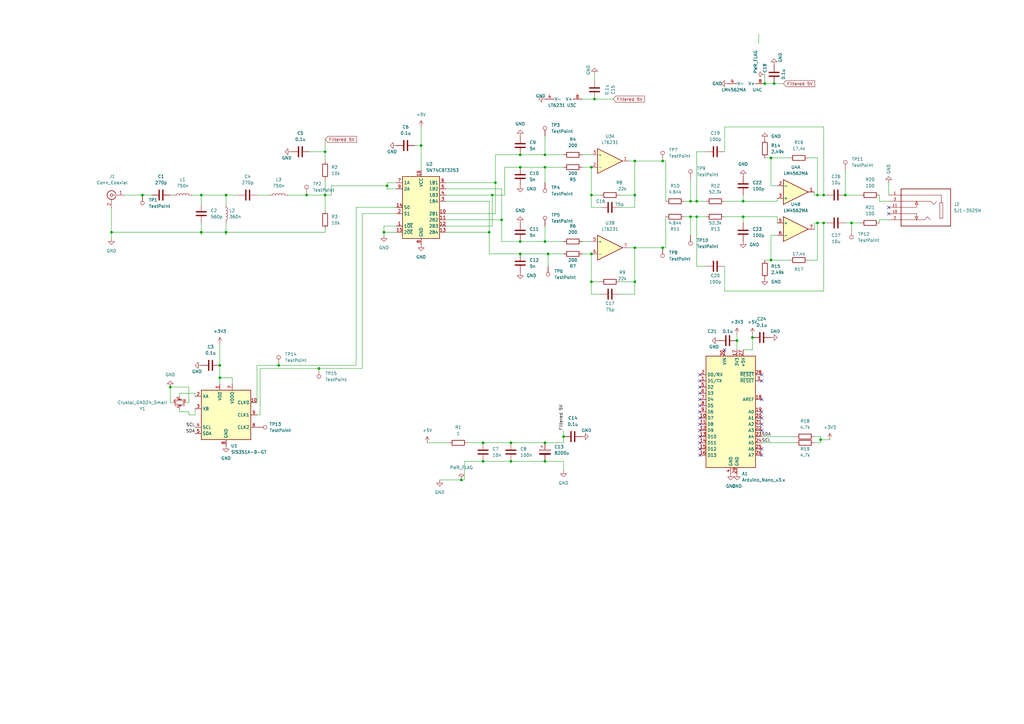
<source format=kicad_sch>
(kicad_sch (version 20211123) (generator eeschema)
  (paper "A3")
  (junction (at 189.23 196.85))
  (junction (at 223.52 189.23))
  (junction (at 133.35 62.23))
  (junction (at 283.21 88.9))
  (junction (at 213.36 99.06))
  (junction (at 283.21 82.55))
  (junction (at 336.55 180.34))
  (junction (at 317.5 34.29))
  (junction (at 243.84 40.64))
  (junction (at 346.71 80.01))
  (junction (at 271.78 66.04))
  (junction (at 133.35 80.01))
  (junction (at 260.35 101.6))
  (junction (at 224.79 104.14))
  (junction (at 205.74 90.17))
  (junction (at 271.78 101.6))
  (junction (at 223.52 99.06))
  (junction (at 209.55 189.23))
  (junction (at 242.57 68.58))
  (junction (at 172.72 59.69))
  (junction (at 242.57 104.14))
  (junction (at 285.75 88.9))
  (junction (at 231.14 179.07))
  (junction (at 213.36 68.58))
  (junction (at 335.28 80.01))
  (junction (at 260.35 115.57))
  (junction (at 316.23 106.68))
  (junction (at 157.48 95.25))
  (junction (at 198.12 189.23))
  (junction (at 337.82 80.01))
  (junction (at 337.82 91.44))
  (junction (at 242.57 115.57))
  (junction (at 198.12 181.61))
  (junction (at 82.55 95.25))
  (junction (at 45.72 95.25))
  (junction (at 92.71 80.01))
  (junction (at 209.55 181.61))
  (junction (at 213.36 104.14))
  (junction (at 304.8 82.55))
  (junction (at 223.52 63.5))
  (junction (at 58.42 80.01))
  (junction (at 158.75 76.2))
  (junction (at 349.25 91.44))
  (junction (at 285.75 82.55))
  (junction (at 90.17 149.86))
  (junction (at 316.23 64.77))
  (junction (at 200.66 95.25))
  (junction (at 203.2 74.93))
  (junction (at 213.36 63.5))
  (junction (at 201.93 80.01))
  (junction (at 69.85 158.75))
  (junction (at 90.17 154.94))
  (junction (at 125.73 80.01))
  (junction (at 304.8 88.9))
  (junction (at 82.55 80.01))
  (junction (at 223.52 181.61))
  (junction (at 130.81 151.13))
  (junction (at 223.52 68.58))
  (junction (at 242.57 80.01))
  (junction (at 302.26 139.7))
  (junction (at 114.3 149.86))
  (junction (at 92.71 95.25))
  (junction (at 308.61 138.43))
  (junction (at 313.69 34.29))
  (junction (at 260.35 80.01))
  (junction (at 260.35 66.04))
  (junction (at 335.28 91.44))
  (no_connect (at 287.02 153.67))
  (no_connect (at 297.18 143.51))
  (no_connect (at 287.02 168.91))
  (no_connect (at 287.02 179.07))
  (no_connect (at 312.42 184.15))
  (no_connect (at 287.02 186.69))
  (no_connect (at 312.42 153.67))
  (no_connect (at 287.02 171.45))
  (no_connect (at 312.42 186.69))
  (no_connect (at 364.49 87.63))
  (no_connect (at 364.49 85.09))
  (no_connect (at 312.42 173.99))
  (no_connect (at 312.42 156.21))
  (no_connect (at 312.42 168.91))
  (no_connect (at 287.02 163.83))
  (no_connect (at 287.02 158.75))
  (no_connect (at 312.42 176.53))
  (no_connect (at 287.02 166.37))
  (no_connect (at 287.02 161.29))
  (no_connect (at 287.02 184.15))
  (no_connect (at 312.42 163.83))
  (no_connect (at 312.42 171.45))
  (no_connect (at 287.02 176.53))
  (no_connect (at 287.02 181.61))
  (no_connect (at 287.02 156.21))
  (no_connect (at 287.02 173.99))
  (wire (pts (xy 308.61 138.43) (xy 308.61 137.16)))
  (wire (pts (xy 318.77 82.55) (xy 318.77 81.28)))
  (wire (pts (xy 182.88 87.63) (xy 203.2 87.63)))
  (wire (pts (xy 189.23 196.85) (xy 190.5 196.85)))
  (wire (pts (xy 316.23 64.77) (xy 323.85 64.77)))
  (wire (pts (xy 106.68 151.13) (xy 130.81 151.13)))
  (wire (pts (xy 337.82 91.44) (xy 339.09 91.44)))
  (wire (pts (xy 346.71 91.44) (xy 349.25 91.44)))
  (wire (pts (xy 180.34 196.85) (xy 189.23 196.85)))
  (wire (pts (xy 213.36 68.58) (xy 223.52 68.58)))
  (wire (pts (xy 82.55 95.25) (xy 82.55 96.52)))
  (wire (pts (xy 133.35 73.66) (xy 133.35 80.01)))
  (wire (pts (xy 58.42 80.01) (xy 62.23 80.01)))
  (wire (pts (xy 273.05 66.04) (xy 273.05 82.55)))
  (wire (pts (xy 238.76 99.06) (xy 242.57 99.06)))
  (wire (pts (xy 127 62.23) (xy 133.35 62.23)))
  (wire (pts (xy 182.88 92.71) (xy 201.93 92.71)))
  (wire (pts (xy 92.71 80.01) (xy 97.79 80.01)))
  (wire (pts (xy 313.69 30.48) (xy 313.69 34.29)))
  (wire (pts (xy 114.3 149.86) (xy 105.41 149.86)))
  (wire (pts (xy 336.55 179.07) (xy 336.55 180.34)))
  (wire (pts (xy 360.68 91.44) (xy 360.68 90.17)))
  (wire (pts (xy 71.12 80.01) (xy 69.85 80.01)))
  (wire (pts (xy 242.57 80.01) (xy 246.38 80.01)))
  (wire (pts (xy 95.25 154.94) (xy 95.25 157.48)))
  (wire (pts (xy 316.23 96.52) (xy 316.23 106.68)))
  (wire (pts (xy 45.72 97.79) (xy 45.72 95.25)))
  (wire (pts (xy 349.25 93.98) (xy 349.25 91.44)))
  (wire (pts (xy 157.48 92.71) (xy 157.48 95.25)))
  (wire (pts (xy 302.26 139.7) (xy 302.26 143.51)))
  (wire (pts (xy 92.71 80.01) (xy 92.71 83.82)))
  (wire (pts (xy 334.01 179.07) (xy 336.55 179.07)))
  (wire (pts (xy 73.66 167.64) (xy 73.66 168.91)))
  (wire (pts (xy 162.56 77.47) (xy 158.75 77.47)))
  (wire (pts (xy 243.84 33.02) (xy 243.84 30.48)))
  (wire (pts (xy 224.79 104.14) (xy 231.14 104.14)))
  (wire (pts (xy 203.2 87.63) (xy 203.2 74.93)))
  (wire (pts (xy 260.35 101.6) (xy 257.81 101.6)))
  (wire (pts (xy 77.47 170.18) (xy 77.47 168.91)))
  (wire (pts (xy 260.35 115.57) (xy 260.35 101.6)))
  (wire (pts (xy 242.57 80.01) (xy 242.57 85.09)))
  (wire (pts (xy 297.18 82.55) (xy 304.8 82.55)))
  (wire (pts (xy 172.72 52.07) (xy 172.72 59.69)))
  (wire (pts (xy 82.55 80.01) (xy 92.71 80.01)))
  (wire (pts (xy 209.55 181.61) (xy 223.52 181.61)))
  (wire (pts (xy 223.52 63.5) (xy 231.14 63.5)))
  (wire (pts (xy 146.05 85.09) (xy 146.05 149.86)))
  (wire (pts (xy 213.36 63.5) (xy 223.52 63.5)))
  (wire (pts (xy 231.14 179.07) (xy 231.14 181.61)))
  (wire (pts (xy 254 80.01) (xy 260.35 80.01)))
  (wire (pts (xy 346.71 80.01) (xy 353.06 80.01)))
  (wire (pts (xy 223.52 55.88) (xy 223.52 63.5)))
  (wire (pts (xy 190.5 196.85) (xy 190.5 189.23)))
  (wire (pts (xy 205.74 99.06) (xy 213.36 99.06)))
  (wire (pts (xy 133.35 62.23) (xy 133.35 66.04)))
  (wire (pts (xy 231.14 189.23) (xy 231.14 193.04)))
  (wire (pts (xy 207.01 80.01) (xy 207.01 68.58)))
  (wire (pts (xy 133.35 95.25) (xy 133.35 93.98)))
  (wire (pts (xy 242.57 115.57) (xy 242.57 104.14)))
  (wire (pts (xy 105.41 80.01) (xy 110.49 80.01)))
  (wire (pts (xy 90.17 140.97) (xy 90.17 149.86)))
  (wire (pts (xy 304.8 88.9) (xy 318.77 88.9)))
  (wire (pts (xy 223.52 181.61) (xy 231.14 181.61)))
  (wire (pts (xy 105.41 149.86) (xy 105.41 165.1)))
  (wire (pts (xy 182.88 74.93) (xy 203.2 74.93)))
  (wire (pts (xy 271.78 66.04) (xy 273.05 66.04)))
  (wire (pts (xy 364.49 74.93) (xy 364.49 80.01)))
  (wire (pts (xy 349.25 91.44) (xy 353.06 91.44)))
  (wire (pts (xy 223.52 92.71) (xy 223.52 99.06)))
  (wire (pts (xy 213.36 104.14) (xy 224.79 104.14)))
  (wire (pts (xy 313.69 64.77) (xy 316.23 64.77)))
  (wire (pts (xy 90.17 154.94) (xy 90.17 157.48)))
  (wire (pts (xy 254 120.65) (xy 260.35 120.65)))
  (wire (pts (xy 77.47 158.75) (xy 69.85 158.75)))
  (wire (pts (xy 335.28 64.77) (xy 335.28 80.01)))
  (wire (pts (xy 337.82 52.07) (xy 297.18 52.07)))
  (wire (pts (xy 118.11 80.01) (xy 125.73 80.01)))
  (wire (pts (xy 335.28 91.44) (xy 337.82 91.44)))
  (wire (pts (xy 205.74 90.17) (xy 205.74 99.06)))
  (wire (pts (xy 313.69 106.68) (xy 316.23 106.68)))
  (wire (pts (xy 337.82 52.07) (xy 337.82 80.01)))
  (wire (pts (xy 76.2 165.1) (xy 77.47 165.1)))
  (wire (pts (xy 285.75 62.23) (xy 289.56 62.23)))
  (wire (pts (xy 80.01 161.29) (xy 80.01 162.56)))
  (wire (pts (xy 224.79 109.22) (xy 224.79 104.14)))
  (wire (pts (xy 283.21 73.66) (xy 283.21 82.55)))
  (wire (pts (xy 92.71 95.25) (xy 133.35 95.25)))
  (wire (pts (xy 336.55 180.34) (xy 340.36 180.34)))
  (wire (pts (xy 125.73 80.01) (xy 133.35 80.01)))
  (wire (pts (xy 198.12 181.61) (xy 209.55 181.61)))
  (wire (pts (xy 346.71 69.85) (xy 346.71 80.01)))
  (wire (pts (xy 201.93 80.01) (xy 201.93 92.71)))
  (wire (pts (xy 223.52 189.23) (xy 231.14 189.23)))
  (wire (pts (xy 238.76 104.14) (xy 242.57 104.14)))
  (wire (pts (xy 285.75 82.55) (xy 285.75 62.23)))
  (wire (pts (xy 238.76 68.58) (xy 242.57 68.58)))
  (wire (pts (xy 78.74 80.01) (xy 82.55 80.01)))
  (wire (pts (xy 182.88 80.01) (xy 201.93 80.01)))
  (wire (pts (xy 238.76 63.5) (xy 242.57 63.5)))
  (wire (pts (xy 335.28 91.44) (xy 334.01 91.44)))
  (wire (pts (xy 304.8 82.55) (xy 318.77 82.55)))
  (wire (pts (xy 191.77 181.61) (xy 198.12 181.61)))
  (wire (pts (xy 205.74 77.47) (xy 205.74 90.17)))
  (wire (pts (xy 242.57 120.65) (xy 242.57 115.57)))
  (wire (pts (xy 182.88 90.17) (xy 205.74 90.17)))
  (wire (pts (xy 133.35 57.15) (xy 133.35 62.23)))
  (wire (pts (xy 69.85 158.75) (xy 69.85 165.1)))
  (wire (pts (xy 77.47 165.1) (xy 77.47 158.75)))
  (wire (pts (xy 172.72 59.69) (xy 172.72 69.85)))
  (wire (pts (xy 337.82 80.01) (xy 339.09 80.01)))
  (wire (pts (xy 334.01 80.01) (xy 335.28 80.01)))
  (wire (pts (xy 304.8 88.9) (xy 304.8 91.44)))
  (wire (pts (xy 334.01 181.61) (xy 336.55 181.61)))
  (wire (pts (xy 336.55 180.34) (xy 336.55 181.61)))
  (wire (pts (xy 273.05 88.9) (xy 273.05 101.6)))
  (wire (pts (xy 260.35 66.04) (xy 271.78 66.04)))
  (wire (pts (xy 260.35 66.04) (xy 257.81 66.04)))
  (wire (pts (xy 312.42 181.61) (xy 326.39 181.61)))
  (wire (pts (xy 285.75 88.9) (xy 289.56 88.9)))
  (wire (pts (xy 316.23 64.77) (xy 316.23 76.2)))
  (wire (pts (xy 170.18 59.69) (xy 172.72 59.69)))
  (wire (pts (xy 360.68 90.17) (xy 364.49 90.17)))
  (wire (pts (xy 283.21 88.9) (xy 285.75 88.9)))
  (wire (pts (xy 207.01 68.58) (xy 213.36 68.58)))
  (wire (pts (xy 231.14 176.53) (xy 231.14 179.07)))
  (wire (pts (xy 130.81 151.13) (xy 148.59 151.13)))
  (wire (pts (xy 285.75 88.9) (xy 285.75 109.22)))
  (wire (pts (xy 133.35 80.01) (xy 133.35 86.36)))
  (wire (pts (xy 158.75 74.93) (xy 162.56 74.93)))
  (wire (pts (xy 77.47 170.18) (xy 80.01 170.18)))
  (wire (pts (xy 313.69 34.29) (xy 317.5 34.29)))
  (wire (pts (xy 90.17 154.94) (xy 95.25 154.94)))
  (wire (pts (xy 246.38 120.65) (xy 242.57 120.65)))
  (wire (pts (xy 182.88 82.55) (xy 200.66 82.55)))
  (wire (pts (xy 157.48 95.25) (xy 157.48 96.52)))
  (wire (pts (xy 201.93 80.01) (xy 207.01 80.01)))
  (wire (pts (xy 82.55 80.01) (xy 82.55 83.82)))
  (wire (pts (xy 146.05 149.86) (xy 114.3 149.86)))
  (wire (pts (xy 105.41 170.18) (xy 106.68 170.18)))
  (wire (pts (xy 285.75 82.55) (xy 289.56 82.55)))
  (wire (pts (xy 148.59 151.13) (xy 148.59 87.63)))
  (wire (pts (xy 162.56 85.09) (xy 146.05 85.09)))
  (wire (pts (xy 271.78 101.6) (xy 273.05 101.6)))
  (wire (pts (xy 162.56 92.71) (xy 157.48 92.71)))
  (wire (pts (xy 335.28 91.44) (xy 335.28 106.68)))
  (wire (pts (xy 213.36 99.06) (xy 223.52 99.06)))
  (wire (pts (xy 317.5 34.29) (xy 321.31 34.29)))
  (wire (pts (xy 297.18 52.07) (xy 297.18 62.23)))
  (wire (pts (xy 223.52 74.93) (xy 223.52 68.58)))
  (wire (pts (xy 182.88 77.47) (xy 205.74 77.47)))
  (wire (pts (xy 223.52 99.06) (xy 231.14 99.06)))
  (wire (pts (xy 334.01 91.44) (xy 334.01 93.98)))
  (wire (pts (xy 302.26 137.16) (xy 302.26 139.7)))
  (wire (pts (xy 312.42 179.07) (xy 326.39 179.07)))
  (wire (pts (xy 337.82 119.38) (xy 297.18 119.38)))
  (wire (pts (xy 175.26 181.61) (xy 184.15 181.61)))
  (wire (pts (xy 190.5 189.23) (xy 198.12 189.23)))
  (wire (pts (xy 200.66 104.14) (xy 213.36 104.14)))
  (wire (pts (xy 285.75 109.22) (xy 289.56 109.22)))
  (wire (pts (xy 335.28 80.01) (xy 337.82 80.01)))
  (wire (pts (xy 80.01 170.18) (xy 80.01 167.64)))
  (wire (pts (xy 254 85.09) (xy 260.35 85.09)))
  (wire (pts (xy 283.21 96.52) (xy 283.21 88.9)))
  (wire (pts (xy 242.57 68.58) (xy 242.57 80.01)))
  (wire (pts (xy 73.66 161.29) (xy 73.66 162.56)))
  (wire (pts (xy 337.82 91.44) (xy 337.82 119.38)))
  (wire (pts (xy 50.8 80.01) (xy 58.42 80.01)))
  (wire (pts (xy 158.75 76.2) (xy 158.75 74.93)))
  (wire (pts (xy 73.66 161.29) (xy 80.01 161.29)))
  (wire (pts (xy 203.2 74.93) (xy 203.2 63.5)))
  (wire (pts (xy 209.55 189.23) (xy 223.52 189.23)))
  (wire (pts (xy 331.47 106.68) (xy 335.28 106.68)))
  (wire (pts (xy 297.18 88.9) (xy 304.8 88.9)))
  (wire (pts (xy 203.2 63.5) (xy 213.36 63.5)))
  (wire (pts (xy 335.28 64.77) (xy 331.47 64.77)))
  (wire (pts (xy 316.23 106.68) (xy 323.85 106.68)))
  (wire (pts (xy 304.8 80.01) (xy 304.8 82.55)))
  (wire (pts (xy 260.35 101.6) (xy 271.78 101.6)))
  (wire (pts (xy 200.66 82.55) (xy 200.66 95.25)))
  (wire (pts (xy 133.35 80.01) (xy 135.89 80.01)))
  (wire (pts (xy 280.67 88.9) (xy 283.21 88.9)))
  (wire (pts (xy 360.68 80.01) (xy 360.68 82.55)))
  (wire (pts (xy 360.68 82.55) (xy 364.49 82.55)))
  (wire (pts (xy 334.01 78.74) (xy 334.01 80.01)))
  (wire (pts (xy 148.59 87.63) (xy 162.56 87.63)))
  (wire (pts (xy 106.68 170.18) (xy 106.68 151.13)))
  (wire (pts (xy 242.57 85.09) (xy 246.38 85.09)))
  (wire (pts (xy 45.72 95.25) (xy 82.55 95.25)))
  (wire (pts (xy 82.55 95.25) (xy 92.71 95.25)))
  (wire (pts (xy 260.35 80.01) (xy 260.35 85.09)))
  (wire (pts (xy 311.15 17.78) (xy 311.15 13.97)))
  (wire (pts (xy 77.47 168.91) (xy 73.66 168.91)))
  (wire (pts (xy 297.18 119.38) (xy 297.18 109.22)))
  (wire (pts (xy 283.21 82.55) (xy 285.75 82.55)))
  (wire (pts (xy 135.89 76.2) (xy 158.75 76.2)))
  (wire (pts (xy 135.89 80.01) (xy 135.89 76.2)))
  (wire (pts (xy 318.77 88.9) (xy 318.77 91.44)))
  (wire (pts (xy 200.66 95.25) (xy 200.66 104.14)))
  (wire (pts (xy 246.38 115.57) (xy 242.57 115.57)))
  (wire (pts (xy 69.85 165.1) (xy 71.12 165.1)))
  (wire (pts (xy 316.23 76.2) (xy 318.77 76.2)))
  (wire (pts (xy 223.52 68.58) (xy 231.14 68.58)))
  (wire (pts (xy 198.12 189.23) (xy 209.55 189.23)))
  (wire (pts (xy 157.48 95.25) (xy 162.56 95.25)))
  (wire (pts (xy 260.35 66.04) (xy 260.35 80.01)))
  (wire (pts (xy 260.35 120.65) (xy 260.35 115.57)))
  (wire (pts (xy 304.8 143.51) (xy 308.61 143.51)))
  (wire (pts (xy 243.84 40.64) (xy 238.76 40.64)))
  (wire (pts (xy 254 115.57) (xy 260.35 115.57)))
  (wire (pts (xy 251.46 40.64) (xy 243.84 40.64)))
  (wire (pts (xy 280.67 82.55) (xy 283.21 82.55)))
  (wire (pts (xy 158.75 77.47) (xy 158.75 76.2)))
  (wire (pts (xy 92.71 95.25) (xy 92.71 96.52)))
  (wire (pts (xy 316.23 96.52) (xy 318.77 96.52)))
  (wire (pts (xy 45.72 95.25) (xy 45.72 85.09)))
  (wire (pts (xy 182.88 95.25) (xy 200.66 95.25)))
  (wire (pts (xy 82.55 91.44) (xy 82.55 95.25)))
  (wire (pts (xy 92.71 91.44) (xy 92.71 95.25)))
  (wire (pts (xy 308.61 143.51) (xy 308.61 138.43)))
  (wire (pts (xy 90.17 149.86) (xy 90.17 154.94)))
  (label "SDA" (at 80.01 177.8 180))
  (label "SDA" (at 312.42 179.07 0))
  (label "Filtered 5V" (at 231.14 176.53 90))
  (label "SCL" (at 312.42 181.61 0))
  (label "SCL" (at 80.01 175.26 180))
  (global_label "Filtered 5V" (shape input) (at 251.46 40.64 0) (property "Intersheet References" "${INTERSHEET_REFS}" (effects hide)))
  (global_label "Filtered 5V" (shape input) (at 321.31 34.29 0) (property "Intersheet References" "${INTERSHEET_REFS}" (effects hide)))
  (global_label "Filtered 5V" (shape input) (at 133.35 57.15 0) (property "Intersheet References" "${INTERSHEET_REFS}" (effects hide)))
  (symbol (lib_id "power:GND") (at 317.5 26.67 180) (unit 1)
    (property "Reference" "#PWR021" (effects hide))
    (property "Value" "GND" (at 320.04 21.59 90) (effects (justify left)))
  )
  (symbol (lib_id "power:PWR_FLAG") (at 313.69 30.48 90) (unit 1)
    (property "Reference" "#FLG0101" (effects hide))
    (property "Value" "PWR_FLAG" (at 309.88 25.4 0))
  )
  (symbol (lib_id "lt6231:LT6231") (at 306.07 36.83 270) (unit 3)
    (property "Reference" "U4" (at 308.61 36.83 90) (effects (justify left)))
    (property "Value" "LM4562MA" (at 295.91 36.83 90) (effects (justify left)))
    (property "Footprint" "Package_SO:SOIC-8_3.9x4.9mm_P1.27mm" (effects hide))
    (property "Datasheet" "https://www.analog.com/media/en/technical-documentation/data-sheets/623012fc.pdf" (effects hide))
  )
  (symbol (lib_id "power:GND") (at 316.23 138.43 90) (unit 1)
    (property "Reference" "#PWR033" (effects hide))
    (property "Value" "GND" (at 320.04 135.89 90) (effects (justify left)))
  )
  (symbol (lib_id "Connector:TestPoint") (at 349.25 93.98 180) (unit 1)
    (property "Reference" "TP12" (at 351.79 96.0119 0) (effects (justify right)))
    (property "Value" "TestPoint" (at 351.79 98.5519 0) (effects (justify right)))
    (property "Footprint" "TestPoint:TestPoint_THTPad_2.0x2.0mm_Drill1.0mm" (effects hide))
  )
  (symbol (lib_id "Device:R") (at 330.2 181.61 270) (unit 1)
    (property "Reference" "R19" (at 330.2 184.15 90))
    (property "Value" "4.7k" (at 330.2 186.69 90))
    (property "Footprint" "Resistor_SMD:R_0805_2012Metric" (effects hide))
    (property "Datasheet" "https://www.te.com/commerce/DocumentDelivery/DDEController?Action=srchrtrv&DocNm=1773204-3&DocType=DS&DocLang=English" (effects hide))
  )
  (symbol (lib_id "power:GND") (at 213.36 55.88 180) (unit 1)
    (property "Reference" "#PWR014" (effects hide))
    (property "Value" "GND" (at 213.36 50.8 0))
  )
  (symbol (lib_id "Device:C") (at 66.04 80.01 270) (unit 1)
    (property "Reference" "C1" (at 66.04 72.39 90))
    (property "Value" "270p" (at 66.04 74.93 90))
    (property "Footprint" "Capacitor_SMD:C_0805_2012Metric" (effects hide))
    (property "Datasheet" "https://industrial.panasonic.com/ww/products/pt/film-cap-electroequip/models/ECHU1H271GX5" (effects hide))
  )
  (symbol (lib_id "Device:R") (at 356.87 80.01 270) (unit 1)
    (property "Reference" "R20" (at 356.87 73.66 90))
    (property "Value" "100" (at 356.87 76.2 90))
    (property "Footprint" "Resistor_SMD:R_0805_2012Metric" (effects hide))
    (property "Datasheet" "https://www.koaspeer.com/pdfs/RK73G.pdf" (effects hide))
  )
  (symbol (lib_id "Device:C_Polarized") (at 223.52 185.42 0) (unit 1)
    (property "Reference" "C13" (at 227.33 183.2609 0) (effects (justify left)))
    (property "Value" "8200u" (at 227.33 185.8009 0) (effects (justify left)))
    (property "Footprint" "Capacitor_THT:CP_Radial_D16.0mm_P7.50mm" (effects hide))
    (property "Datasheet" "https://www.nteinc.com/capacitor_web/pdf/vht.pdf" (effects hide))
  )
  (symbol (lib_id "Device:R") (at 250.19 115.57 90) (unit 1)
    (property "Reference" "R9" (at 255.27 111.76 90))
    (property "Value" "22k" (at 255.27 114.3 90))
    (property "Footprint" "Resistor_SMD:R_0805_2012Metric" (effects hide))
    (property "Datasheet" "https://www.te.com/commerce/DocumentDelivery/DDEController?Action=srchrtrv&DocNm=1773204&DocType=DS&DocLang=English" (effects hide))
  )
  (symbol (lib_id "power:+3.3V") (at 90.17 140.97 0) (unit 1)
    (property "Reference" "#PWR04" (effects hide))
    (property "Value" "+3.3V" (at 90.17 135.89 0))
  )
  (symbol (lib_id "Device:Crystal_GND24_Small") (at 73.66 165.1 90) (unit 1)
    (property "Reference" "Y1" (at 58.42 167.64 90))
    (property "Value" "Crystal_GND24_Small" (at 58.42 165.1 90))
    (property "Footprint" "Crystal:Crystal_SMD_3225-4Pin_3.2x2.5mm" (effects hide))
    (property "Datasheet" "https://media.digikey.com/pdf/Data%20Sheets/AVX%20PDFs/CX3225SB_UKY1C-H1-16355-00_Spec.pdf" (effects hide))
  )
  (symbol (lib_id "power:GND") (at 92.71 182.88 0) (unit 1)
    (property "Reference" "#PWR06" (effects hide))
    (property "Value" "GND" (at 92.71 187.96 0))
  )
  (symbol (lib_id "power:GND") (at 180.34 196.85 0) (unit 1)
    (property "Reference" "#PWR013" (effects hide))
    (property "Value" "GND" (at 180.34 201.93 0))
  )
  (symbol (lib_id "Connector:TestPoint") (at 271.78 66.04 0) (unit 1)
    (property "Reference" "TP7" (at 274.32 61.4679 0) (effects (justify left)))
    (property "Value" "TestPoint" (at 274.32 64.0079 0) (effects (justify left)))
    (property "Footprint" "TestPoint:TestPoint_THTPad_2.0x2.0mm_Drill1.0mm" (effects hide))
  )
  (symbol (lib_id "Device:C") (at 213.36 72.39 180) (unit 1)
    (property "Reference" "C10" (at 217.17 71.1199 0) (effects (justify right)))
    (property "Value" "5n" (at 217.17 73.6599 0) (effects (justify right)))
    (property "Footprint" "Capacitor_SMD:C_0805_2012Metric" (effects hide))
    (property "Datasheet" "https://search.murata.co.jp/Ceramy/image/img/A01X/G101/ENG/GRM2195C1H512JA01-01.pdf" (effects hide))
  )
  (symbol (lib_id "Connector:TestPoint") (at 223.52 74.93 180) (unit 1)
    (property "Reference" "TP4" (at 226.06 76.9619 0) (effects (justify right)))
    (property "Value" "TestPoint" (at 226.06 79.5019 0) (effects (justify right)))
    (property "Footprint" "TestPoint:TestPoint_THTPad_2.0x2.0mm_Drill1.0mm" (effects hide))
  )
  (symbol (lib_id "Device:R") (at 327.66 64.77 90) (unit 1)
    (property "Reference" "R16" (at 327.66 58.42 90))
    (property "Value" "17.4k" (at 327.66 60.96 90))
    (property "Footprint" "Resistor_SMD:R_0805_2012Metric" (effects hide))
    (property "Datasheet" "https://industrial.panasonic.com/cdbs/www-data/pdf/RDM0000/AOA0000C307.pdf" (effects hide))
  )
  (symbol (lib_id "Device:R") (at 234.95 104.14 90) (unit 1)
    (property "Reference" "R7" (at 234.95 109.22 90))
    (property "Value" "200" (at 234.95 106.68 90))
    (property "Footprint" "Resistor_SMD:R_1206_3216Metric" (effects hide))
    (property "Datasheet" "https://www.koaspeer.com/pdfs/RK73G.pdf" (effects hide))
  )
  (symbol (lib_id "Device:C") (at 213.36 95.25 180) (unit 1)
    (property "Reference" "C11" (at 217.17 93.9799 0) (effects (justify right)))
    (property "Value" "5n" (at 217.17 96.5199 0) (effects (justify right)))
    (property "Footprint" "Capacitor_SMD:C_0805_2012Metric" (effects hide))
    (property "Datasheet" "https://search.murata.co.jp/Ceramy/image/img/A01X/G101/ENG/GRM2195C1H512JA01-01.pdf" (effects hide))
  )
  (symbol (lib_id "power:PWR_FLAG") (at 189.23 196.85 0) (unit 1)
    (property "Reference" "#FLG0102" (effects hide))
    (property "Value" "PWR_FLAG" (at 189.23 191.77 0))
  )
  (symbol (lib_id "lt6231:LT6231") (at 231.14 43.18 270) (unit 3)
    (property "Reference" "U3" (at 232.41 43.18 90) (effects (justify left)))
    (property "Value" "LT6231" (at 224.79 43.18 90) (effects (justify left)))
    (property "Footprint" "Package_SO:SOIC-8_3.9x4.9mm_P1.27mm" (effects hide))
    (property "Datasheet" "https://www.analog.com/media/en/technical-documentation/data-sheets/623012fc.pdf" (effects hide))
  )
  (symbol (lib_id "power:GND") (at 213.36 111.76 0) (unit 1)
    (property "Reference" "#PWR017" (effects hide))
    (property "Value" "GND" (at 215.9 113.0299 0) (effects (justify left)))
  )
  (symbol (lib_id "Device:C") (at 101.6 80.01 90) (unit 1)
    (property "Reference" "C4" (at 101.6 72.39 90))
    (property "Value" "270p" (at 101.6 74.93 90))
    (property "Footprint" "Capacitor_SMD:C_0805_2012Metric" (effects hide))
    (property "Datasheet" "https://industrial.panasonic.com/ww/products/pt/film-cap-electroequip/models/ECHU1H271GX5" (effects hide))
  )
  (symbol (lib_id "power:+3.3V") (at 302.26 137.16 0) (unit 1)
    (property "Reference" "#PWR026" (effects hide))
    (property "Value" "+3.3V" (at 302.26 132.08 0))
  )
  (symbol (lib_id "power:GND") (at 119.38 62.23 270) (unit 1)
    (property "Reference" "#PWR07" (effects hide))
    (property "Value" "GND" (at 115.57 64.77 90) (effects (justify left)))
  )
  (symbol (lib_id "power:GND") (at 313.69 57.15 180) (unit 1)
    (property "Reference" "#PWR031" (effects hide))
    (property "Value" "GND" (at 316.23 55.8799 0) (effects (justify right)))
  )
  (symbol (lib_id "Device:R") (at 330.2 179.07 90) (unit 1)
    (property "Reference" "R18" (at 330.2 172.72 90))
    (property "Value" "4.7k" (at 330.2 175.26 90))
    (property "Footprint" "Resistor_SMD:R_0805_2012Metric" (effects hide))
    (property "Datasheet" "https://www.te.com/commerce/DocumentDelivery/DDEController?Action=srchrtrv&DocNm=1773204-3&DocType=DS&DocLang=English" (effects hide))
  )
  (symbol (lib_id "Device:L") (at 114.3 80.01 90) (unit 1)
    (property "Reference" "L3" (at 114.3 73.66 90))
    (property "Value" "750n" (at 114.3 76.2 90))
    (property "Footprint" "Inductor_THT:L_Toroid_Vertical_L10.0mm_W5.0mm_P5.08mm" (effects hide))
    (property "Datasheet" "https://www.66pacific.com/calculators/toroid-coil-winding-calculator.aspx" (effects hide))
  )
  (symbol (lib_id "power:GND") (at 304.8 72.39 180) (unit 1)
    (property "Reference" "#PWR028" (effects hide))
    (property "Value" "GND" (at 304.8 67.31 0))
  )
  (symbol (lib_id "lt6231:LT6231") (at 326.39 78.74 0) (mirror x) (unit 1)
    (property "Reference" "U4" (at 326.39 68.58 0))
    (property "Value" "LM4562MA" (at 326.39 71.12 0))
    (property "Footprint" "Package_SO:SOIC-8_3.9x4.9mm_P1.27mm" (effects hide))
    (property "Datasheet" "https://www.analog.com/media/en/technical-documentation/data-sheets/623012fc.pdf" (effects hide))
  )
  (symbol (lib_id "power:GND") (at 69.85 158.75 180) (unit 1)
    (property "Reference" "#PWR02" (effects hide))
    (property "Value" "GND" (at 69.85 153.67 0))
  )
  (symbol (lib_id "Connector:TestPoint") (at 283.21 73.66 0) (unit 1)
    (property "Reference" "TP9" (at 285.75 69.0879 0) (effects (justify left)))
    (property "Value" "TestPoint" (at 285.75 71.6279 0) (effects (justify left)))
    (property "Footprint" "TestPoint:TestPoint_THTPad_2.0x2.0mm_Drill1.0mm" (effects hide))
  )
  (symbol (lib_id "power:GND") (at 304.8 99.06 0) (unit 1)
    (property "Reference" "#PWR029" (effects hide))
    (property "Value" "GND" (at 307.34 100.3299 0) (effects (justify left)))
  )
  (symbol (lib_id "power:GND") (at 223.52 40.64 270) (unit 1)
    (property "Reference" "#PWR08" (effects hide))
    (property "Value" "GND" (at 219.71 39.37 90) (effects (justify left)))
  )
  (symbol (lib_id "Device:C") (at 213.36 59.69 180) (unit 1)
    (property "Reference" "C9" (at 217.17 58.4199 0) (effects (justify right)))
    (property "Value" "5n" (at 217.17 60.9599 0) (effects (justify right)))
    (property "Footprint" "Capacitor_SMD:C_0805_2012Metric" (effects hide))
    (property "Datasheet" "https://search.murata.co.jp/Ceramy/image/img/A01X/G101/ENG/GRM2195C1H512JA01-01.pdf" (effects hide))
  )
  (symbol (lib_id "Connector:TestPoint") (at 114.3 149.86 0) (unit 1)
    (property "Reference" "TP14" (at 116.84 145.2879 0) (effects (justify left)))
    (property "Value" "TestPoint" (at 116.84 147.8279 0) (effects (justify left)))
    (property "Footprint" "TestPoint:TestPoint_THTPad_2.0x2.0mm_Drill1.0mm" (effects hide))
  )
  (symbol (lib_id "Device:C") (at 198.12 185.42 0) (unit 1)
    (property "Reference" "C7" (at 201.93 184.1499 0) (effects (justify left)))
    (property "Value" "10n" (at 201.93 186.6899 0) (effects (justify left)))
    (property "Footprint" "Capacitor_SMD:C_0805_2012Metric" (effects hide))
    (property "Datasheet" "https://www.cde.com/resources/catalogs/FCP.pdf" (effects hide))
  )
  (symbol (lib_id "Connector:TestPoint") (at 271.78 101.6 180) (unit 1)
    (property "Reference" "TP8" (at 274.32 103.6319 0) (effects (justify right)))
    (property "Value" "TestPoint" (at 274.32 106.1719 0) (effects (justify right)))
    (property "Footprint" "TestPoint:TestPoint_THTPad_2.0x2.0mm_Drill1.0mm" (effects hide))
  )
  (symbol (lib_id "power:GND") (at 364.49 74.93 180) (unit 1)
    (property "Reference" "#PWR023" (effects hide))
    (property "Value" "GND" (at 364.49 67.31 90) (effects (justify left)))
  )
  (symbol (lib_id "Analog_Switch:SN74CBT3253") (at 172.72 85.09 0) (unit 1)
    (property "Reference" "U2" (at 174.7394 67.31 0) (effects (justify left)))
    (property "Value" "SN74CBT3253" (at 174.7394 69.85 0) (effects (justify left)))
    (property "Footprint" "Package_SO:SOIC-16_3.9x9.9mm_P1.27mm" (effects hide))
    (property "Datasheet" "http://www.ti.com/lit/gpn/sn74cbt3253" (effects hide))
  )
  (symbol (lib_id "power:GND") (at 45.72 97.79 0) (unit 1)
    (property "Reference" "#PWR01" (effects hide))
    (property "Value" "GND" (at 45.72 102.87 0))
  )
  (symbol (lib_id "Device:L") (at 74.93 80.01 90) (unit 1)
    (property "Reference" "L1" (at 74.93 73.66 90))
    (property "Value" "750n" (at 74.93 76.2 90))
    (property "Footprint" "Inductor_THT:L_Toroid_Vertical_L10.0mm_W5.0mm_P5.08mm" (effects hide))
    (property "Datasheet" "https://www.66pacific.com/calculators/toroid-coil-winding-calculator.aspx" (effects hide))
  )
  (symbol (lib_id "Connector:Conn_Coaxial") (at 45.72 80.01 0) (mirror y) (unit 1)
    (property "Reference" "J1" (at 46.0374 72.39 0))
    (property "Value" "Conn_Coaxial" (at 46.0374 74.93 0))
    (property "Footprint" "Connector_Coaxial:BNC_Amphenol_B6252HB-NPP3G-50_Horizontal" (effects hide))
    (property "Datasheet" " ~" (effects hide))
  )
  (symbol (lib_id "Device:C") (at 304.8 76.2 180) (unit 1)
    (property "Reference" "C22" (at 308.61 74.9299 0) (effects (justify right)))
    (property "Value" "100p" (at 308.61 77.4699 0) (effects (justify right)))
    (property "Footprint" "Capacitor_SMD:C_0805_2012Metric" (effects hide))
    (property "Datasheet" "https://industrial.panasonic.com/ww/products/pt/film-cap-electroequip/models/ECHU1H101GX5" (effects hide))
  )
  (symbol (lib_id "Device:C") (at 209.55 185.42 0) (unit 1)
    (property "Reference" "C8" (at 213.36 184.1499 0) (effects (justify left)))
    (property "Value" "100n" (at 213.36 186.6899 0) (effects (justify left)))
    (property "Footprint" "Capacitor_SMD:C_0805_2012Metric" (effects hide))
    (property "Datasheet" "https://www.cde.com/resources/catalogs/FCA.pdf" (effects hide))
  )
  (symbol (lib_id "Connector:TestPoint") (at 130.81 151.13 180) (unit 1)
    (property "Reference" "TP15" (at 133.35 153.1619 0) (effects (justify right)))
    (property "Value" "TestPoint" (at 133.35 155.7019 0) (effects (justify right)))
    (property "Footprint" "TestPoint:TestPoint_THTPad_2.0x2.0mm_Drill1.0mm" (effects hide))
  )
  (symbol (lib_id "Connector:TestPoint") (at 105.41 175.26 270) (unit 1)
    (property "Reference" "TP13" (at 110.49 173.9899 90) (effects (justify left)))
    (property "Value" "TestPoint" (at 110.49 176.5299 90) (effects (justify left)))
    (property "Footprint" "TestPoint:TestPoint_THTPad_2.0x2.0mm_Drill1.0mm" (effects hide))
  )
  (symbol (lib_id "power:GND") (at 213.36 91.44 180) (unit 1)
    (property "Reference" "#PWR016" (effects hide))
    (property "Value" "GND" (at 213.36 86.36 0))
  )
  (symbol (lib_id "Device:C") (at 250.19 85.09 270) (unit 1)
    (property "Reference" "C16" (at 246.38 82.55 90))
    (property "Value" "75p" (at 254 83.82 90))
    (property "Footprint" "Capacitor_SMD:C_0805_2012Metric" (effects hide))
    (property "Datasheet" "https://www.mouser.com/c/passive-components/capacitors/ceramic-capacitors/mlccs-multilayer-ceramic-capacitors/multilayer-ceramic-capacitors-mlcc-smd-smt/?capacitance=75%20pF&case%20code%20-%20in=0805&voltage%20rating%20dc=50%20VDC&instock=y" (effects hide))
  )
  (symbol (lib_id "Device:C") (at 293.37 62.23 90) (unit 1)
    (property "Reference" "C19" (at 293.37 54.61 90))
    (property "Value" "100p" (at 293.37 57.15 90))
    (property "Footprint" "Capacitor_SMD:C_0805_2012Metric" (effects hide))
    (property "Datasheet" "https://industrial.panasonic.com/ww/products/pt/film-cap-electroequip/models/ECHU1H101GX5" (effects hide))
  )
  (symbol (lib_id "Device:C") (at 317.5 30.48 0) (unit 1)
    (property "Reference" "C18" (at 313.69 27.94 90))
    (property "Value" "0.1u" (at 321.31 30.48 90))
    (property "Footprint" "Capacitor_SMD:C_0805_2012Metric" (effects hide))
    (property "Datasheet" "https://www.cde.com/resources/catalogs/FCA.pdf" (effects hide))
  )
  (symbol (lib_id "Device:C") (at 123.19 62.23 90) (unit 1)
    (property "Reference" "C5" (at 123.19 54.61 90))
    (property "Value" "0.1u" (at 123.19 57.15 90))
    (property "Footprint" "Capacitor_SMD:C_0805_2012Metric" (effects hide))
    (property "Datasheet" "https://www.cde.com/resources/catalogs/FCA.pdf" (effects hide))
  )
  (symbol (lib_id "Device:C") (at 166.37 59.69 90) (unit 1)
    (property "Reference" "C6" (at 166.37 52.07 90))
    (property "Value" "0.1u" (at 166.37 54.61 90))
    (property "Footprint" "Capacitor_SMD:C_0805_2012Metric" (effects hide))
    (property "Datasheet" "https://www.cde.com/resources/catalogs/FCA.pdf" (effects hide))
  )
  (symbol (lib_id "power:GND") (at 302.26 194.31 0) (unit 1)
    (property "Reference" "#PWR027" (effects hide))
    (property "Value" "GND" (at 302.26 199.39 0))
  )
  (symbol (lib_id "Device:C") (at 213.36 107.95 180) (unit 1)
    (property "Reference" "C12" (at 217.17 106.6799 0) (effects (justify right)))
    (property "Value" "5n" (at 217.17 109.2199 0) (effects (justify right)))
    (property "Footprint" "Capacitor_SMD:C_0805_2012Metric" (effects hide))
    (property "Datasheet" "https://search.murata.co.jp/Ceramy/image/img/A01X/G101/ENG/GRM2195C1H512JA01-01.pdf" (effects hide))
  )
  (symbol (lib_id "Device:R") (at 234.95 68.58 90) (unit 1)
    (property "Reference" "R5" (at 234.95 73.66 90))
    (property "Value" "200" (at 234.95 71.12 90))
    (property "Footprint" "Resistor_SMD:R_1206_3216Metric" (effects hide))
    (property "Datasheet" "https://www.koaspeer.com/pdfs/RK73G.pdf" (effects hide))
  )
  (symbol (lib_id "lt6231:LT6231") (at 326.39 93.98 0) (unit 2)
    (property "Reference" "U4" (at 326.39 83.82 0))
    (property "Value" "LM4562MA" (at 326.39 86.36 0))
    (property "Footprint" "Package_SO:SOIC-8_3.9x4.9mm_P1.27mm" (effects hide))
    (property "Datasheet" "https://www.analog.com/media/en/technical-documentation/data-sheets/623012fc.pdf" (effects hide))
  )
  (symbol (lib_id "Device:R") (at 234.95 63.5 90) (unit 1)
    (property "Reference" "R4" (at 234.95 57.15 90))
    (property "Value" "200" (at 234.95 59.69 90))
    (property "Footprint" "Resistor_SMD:R_1206_3216Metric" (effects hide))
    (property "Datasheet" "https://www.koaspeer.com/pdfs/RK73G.pdf" (effects hide))
  )
  (symbol (lib_id "Device:R") (at 250.19 80.01 90) (unit 1)
    (property "Reference" "R8" (at 254 74.93 90))
    (property "Value" "22k" (at 255.27 77.47 90))
    (property "Footprint" "Resistor_SMD:R_0805_2012Metric" (effects hide))
    (property "Datasheet" "https://www.te.com/commerce/DocumentDelivery/DDEController?Action=srchrtrv&DocNm=1773204&DocType=DS&DocLang=English" (effects hide))
  )
  (symbol (lib_id "Connector:TestPoint") (at 125.73 80.01 0) (unit 1)
    (property "Reference" "TP2" (at 128.27 75.4379 0) (effects (justify left)))
    (property "Value" "TestPoint" (at 128.27 77.9779 0) (effects (justify left)))
    (property "Footprint" "TestPoint:TestPoint_THTPad_2.0x2.0mm_Drill1.0mm" (effects hide))
  )
  (symbol (lib_id "Device:R") (at 133.35 90.17 0) (unit 1)
    (property "Reference" "R3" (at 135.89 88.8999 0) (effects (justify left)))
    (property "Value" "10k" (at 135.89 91.4399 0) (effects (justify left)))
    (property "Footprint" "Resistor_SMD:R_2512_6332Metric" (effects hide))
    (property "Datasheet" "http://www.calchipelectronics.com/pdf/rm_series.pdf" (effects hide))
  )
  (symbol (lib_id "power:GND") (at 238.76 179.07 90) (unit 1)
    (property "Reference" "#PWR019" (effects hide))
    (property "Value" "GND" (at 242.57 176.53 90) (effects (justify left)))
  )
  (symbol (lib_id "Device:L") (at 92.71 87.63 0) (unit 1)
    (property "Reference" "L2" (at 93.98 86.3599 0) (effects (justify left)))
    (property "Value" "360n" (at 93.98 88.8999 0) (effects (justify left)))
    (property "Footprint" "Inductor_THT:L_Toroid_Vertical_L10.0mm_W5.0mm_P5.08mm" (effects hide))
    (property "Datasheet" "https://www.66pacific.com/calculators/toroid-coil-winding-calculator.aspx" (effects hide))
  )
  (symbol (lib_id "lt6231:LT6231") (at 250.19 66.04 0) (unit 1)
    (property "Reference" "U3" (at 250.19 55.88 0))
    (property "Value" "LT6231" (at 250.19 58.42 0))
    (property "Footprint" "Package_SO:SOIC-8_3.9x4.9mm_P1.27mm" (effects hide))
    (property "Datasheet" "https://www.analog.com/media/en/technical-documentation/data-sheets/623012fc.pdf" (effects hide))
  )
  (symbol (lib_id "Device:R") (at 234.95 99.06 90) (unit 1)
    (property "Reference" "R6" (at 234.95 92.71 90))
    (property "Value" "200" (at 234.95 95.25 90))
    (property "Footprint" "Resistor_SMD:R_1206_3216Metric" (effects hide))
    (property "Datasheet" "https://www.koaspeer.com/pdfs/RK73G.pdf" (effects hide))
  )
  (symbol (lib_id "Device:C") (at 234.95 179.07 270) (unit 1)
    (property "Reference" "C14" (at 234.95 171.45 90))
    (property "Value" "0.1u" (at 234.95 173.99 90))
    (property "Footprint" "Capacitor_SMD:C_0805_2012Metric" (effects hide))
    (property "Datasheet" "https://www.cde.com/resources/catalogs/FCA.pdf" (effects hide))
  )
  (symbol (lib_id "Connector:TestPoint") (at 346.71 69.85 0) (unit 1)
    (property "Reference" "TP11" (at 349.25 65.2779 0) (effects (justify left)))
    (property "Value" "TestPoint" (at 349.25 67.8179 0) (effects (justify left)))
    (property "Footprint" "TestPoint:TestPoint_THTPad_2.0x2.0mm_Drill1.0mm" (effects hide))
  )
  (symbol (lib_id "power:GND") (at 294.64 139.7 270) (unit 1)
    (property "Reference" "#PWR024" (effects hide))
    (property "Value" "GND" (at 290.83 142.24 90) (effects (justify left)))
  )
  (symbol (lib_id "power:GND") (at 162.56 59.69 270) (unit 1)
    (property "Reference" "#PWR010" (effects hide))
    (property "Value" "GND" (at 158.75 62.23 90) (effects (justify left)))
  )
  (symbol (lib_id "Device:R") (at 276.86 88.9 270) (unit 1)
    (property "Reference" "R11" (at 276.86 93.98 90))
    (property "Value" "4.64k" (at 276.86 91.44 90))
    (property "Footprint" "Resistor_SMD:R_0805_2012Metric" (effects hide))
    (property "Datasheet" "https://industrial.panasonic.com/cdbs/www-data/pdf/RDA0000/AOA0000C304.pdf" (effects hide))
  )
  (symbol (lib_id "Connector:TestPoint") (at 283.21 96.52 180) (unit 1)
    (property "Reference" "TP10" (at 285.75 98.5519 0) (effects (justify right)))
    (property "Value" "TestPoint" (at 285.75 101.0919 0) (effects (justify right)))
    (property "Footprint" "TestPoint:TestPoint_THTPad_2.0x2.0mm_Drill1.0mm" (effects hide))
  )
  (symbol (lib_id "Device:C") (at 86.36 149.86 90) (unit 1)
    (property "Reference" "C3" (at 86.36 142.24 90))
    (property "Value" "0.1u" (at 86.36 144.78 90))
    (property "Footprint" "Capacitor_SMD:C_0805_2012Metric" (effects hide))
    (property "Datasheet" "https://www.cde.com/resources/catalogs/FCA.pdf" (effects hide))
  )
  (symbol (lib_id "Connector:TestPoint") (at 224.79 109.22 180) (unit 1)
    (property "Reference" "TP6" (at 227.33 111.2519 0) (effects (justify right)))
    (property "Value" "TestPoint" (at 227.33 113.7919 0) (effects (justify right)))
    (property "Footprint" "TestPoint:TestPoint_THTPad_2.0x2.0mm_Drill1.0mm" (effects hide))
  )
  (symbol (lib_id "Device:R") (at 293.37 82.55 270) (unit 1)
    (property "Reference" "R12" (at 293.37 76.2 90))
    (property "Value" "52.3k" (at 293.37 78.74 90))
    (property "Footprint" "Resistor_SMD:R_0805_2012Metric" (effects hide))
    (property "Datasheet" "https://www.seielect.com/catalog/sei-rncp.pdf" (effects hide))
  )
  (symbol (lib_id "Connector:TestPoint") (at 223.52 55.88 0) (unit 1)
    (property "Reference" "TP3" (at 226.06 51.3079 0) (effects (justify left)))
    (property "Value" "TestPoint" (at 226.06 53.8479 0) (effects (justify left)))
    (property "Footprint" "TestPoint:TestPoint_THTPad_2.0x2.0mm_Drill1.0mm" (effects hide))
  )
  (symbol (lib_id "power:GND") (at 213.36 76.2 0) (unit 1)
    (property "Reference" "#PWR015" (effects hide))
    (property "Value" "GND" (at 215.9 77.4699 0) (effects (justify left)))
  )
  (symbol (lib_id "power:+5V") (at 172.72 52.07 0) (unit 1)
    (property "Reference" "#PWR011" (effects hide))
    (property "Value" "+5V" (at 172.72 46.99 0))
  )
  (symbol (lib_id "Connector:TestPoint") (at 58.42 80.01 180) (unit 1)
    (property "Reference" "TP1" (at 60.96 82.0419 0) (effects (justify right)))
    (property "Value" "TestPoint" (at 60.96 84.5819 0) (effects (justify right)))
    (property "Footprint" "TestPoint:TestPoint_THTPad_2.0x2.0mm_Drill1.0mm" (effects hide))
  )
  (symbol (lib_id "Device:R") (at 356.87 91.44 270) (unit 1)
    (property "Reference" "R21" (at 356.87 85.09 90))
    (property "Value" "100" (at 356.87 87.63 90))
    (property "Footprint" "Resistor_SMD:R_0805_2012Metric" (effects hide))
    (property "Datasheet" "https://www.koaspeer.com/pdfs/RK73G.pdf" (effects hide))
  )
  (symbol (lib_id "power:GND") (at 82.55 149.86 270) (unit 1)
    (property "Reference" "#PWR03" (effects hide))
    (property "Value" "GND" (at 78.74 152.4 90) (effects (justify left)))
  )
  (symbol (lib_id "power:+5V") (at 175.26 181.61 0) (unit 1)
    (property "Reference" "#PWR05" (effects hide))
    (property "Value" "+5V" (at 175.26 176.53 0))
  )
  (symbol (lib_id "Device:R") (at 313.69 60.96 180) (unit 1)
    (property "Reference" "R14" (at 316.23 59.6899 0) (effects (justify right)))
    (property "Value" "2.49k" (at 316.23 62.2299 0) (effects (justify right)))
    (property "Footprint" "Resistor_SMD:R_0805_2012Metric" (effects hide))
    (property "Datasheet" "https://www.koaspeer.com/pdfs/RK73G.pdf" (effects hide))
  )
  (symbol (lib_id "power:GND") (at 299.72 194.31 0) (unit 1)
    (property "Reference" "#PWR025" (effects hide))
    (property "Value" "GND" (at 299.72 199.39 0))
  )
  (symbol (lib_id "Device:C") (at 342.9 91.44 270) (unit 1)
    (property "Reference" "C27" (at 342.9 96.52 90))
    (property "Value" "10u" (at 342.9 99.06 90))
    (property "Footprint" "Capacitor_SMD:C_0805_2012Metric" (effects hide))
    (property "Datasheet" "https://media.digikey.com/pdf/Data%20Sheets/Samsung%20PDFs/CL21A106KOQNNNG_Spec.pdf" (effects hide))
  )
  (symbol (lib_id "power:GND") (at 172.72 100.33 0) (unit 1)
    (property "Reference" "#PWR012" (effects hide))
    (property "Value" "GND" (at 172.72 105.41 0))
  )
  (symbol (lib_id "Device:C") (at 250.19 120.65 270) (unit 1)
    (property "Reference" "C17" (at 250.19 124.46 90))
    (property "Value" "75p" (at 250.19 127 90))
    (property "Footprint" "Capacitor_SMD:C_0805_2012Metric" (effects hide))
    (property "Datasheet" "https://www.mouser.com/c/passive-components/capacitors/ceramic-capacitors/mlccs-multilayer-ceramic-capacitors/multilayer-ceramic-capacitors-mlcc-smd-smt/?capacitance=75%20pF&case%20code%20-%20in=0805&voltage%20rating%20dc=50%20VDC&instock=y" (effects hide))
  )
  (symbol (lib_id "power:GND") (at 157.48 96.52 0) (unit 1)
    (property "Reference" "#PWR09" (effects hide))
    (property "Value" "GND" (at 157.48 101.6 0))
  )
  (symbol (lib_id "Device:R") (at 276.86 82.55 90) (unit 1)
    (property "Reference" "R10" (at 276.86 76.2 90))
    (property "Value" "4.64k" (at 276.86 78.74 90))
    (property "Footprint" "Resistor_SMD:R_0805_2012Metric" (effects hide))
    (property "Datasheet" "https://industrial.panasonic.com/cdbs/www-data/pdf/RDA0000/AOA0000C304.pdf" (effects hide))
  )
  (symbol (lib_id "Device:C") (at 243.84 36.83 0) (unit 1)
    (property "Reference" "C15" (at 251.46 36.83 90))
    (property "Value" "0.1u" (at 248.92 36.83 90))
    (property "Footprint" "Capacitor_SMD:C_0805_2012Metric" (effects hide))
    (property "Datasheet" "https://www.cde.com/resources/catalogs/FCA.pdf" (effects hide))
  )
  (symbol (lib_id "power:GND") (at 313.69 114.3 0) (unit 1)
    (property "Reference" "#PWR032" (effects hide))
    (property "Value" "GND" (at 316.23 115.5699 0) (effects (justify left)))
  )
  (symbol (lib_id "Device:C") (at 82.55 87.63 0) (unit 1)
    (property "Reference" "C2" (at 86.36 86.3599 0) (effects (justify left)))
    (property "Value" "560p" (at 86.36 88.8999 0) (effects (justify left)))
    (property "Footprint" "Capacitor_SMD:C_0805_2012Metric" (effects hide))
    (property "Datasheet" "https://industrial.panasonic.com/ww/products/pt/film-cap-electroequip/models/ECHU1H561GX5" (effects hide))
  )
  (symbol (lib_id "Device:R") (at 187.96 181.61 90) (unit 1)
    (property "Reference" "R1" (at 187.96 175.26 90))
    (property "Value" "1" (at 187.96 177.8 90))
    (property "Footprint" "Resistor_SMD:R_0805_2012Metric" (effects hide))
    (property "Datasheet" "https://www.koaspeer.com/catimages/Products/SR73/SR73.pdf" (effects hide))
  )
  (symbol (lib_id "Device:C") (at 293.37 109.22 90) (unit 1)
    (property "Reference" "C20" (at 293.37 113.03 90))
    (property "Value" "100p" (at 293.37 115.57 90))
    (property "Footprint" "Capacitor_SMD:C_0805_2012Metric" (effects hide))
    (property "Datasheet" "https://industrial.panasonic.com/ww/products/pt/film-cap-electroequip/models/ECHU1H101GX5" (effects hide))
  )
  (symbol (lib_id "Device:R") (at 327.66 106.68 270) (unit 1)
    (property "Reference" "R17" (at 327.66 110.49 90))
    (property "Value" "17.4k" (at 327.66 104.14 90))
    (property "Footprint" "Resistor_SMD:R_0805_2012Metric" (effects hide))
    (property "Datasheet" "https://industrial.panasonic.com/cdbs/www-data/pdf/RDM0000/AOA0000C307.pdf" (effects hide))
  )
  (symbol (lib_id "Connector:TestPoint") (at 223.52 92.71 0) (unit 1)
    (property "Reference" "TP5" (at 226.06 88.1379 0) (effects (justify left)))
    (property "Value" "TestPoint" (at 226.06 90.6779 0) (effects (justify left)))
    (property "Footprint" "TestPoint:TestPoint_THTPad_2.0x2.0mm_Drill1.0mm" (effects hide))
  )
  (symbol (lib_id "power:+3.3V") (at 340.36 180.34 0) (unit 1)
    (property "Reference" "#PWR037" (effects hide))
    (property "Value" "+3.3V" (at 340.36 175.26 0))
  )
  (symbol (lib_id "power:+5V") (at 308.61 137.16 0) (unit 1)
    (property "Reference" "#PWR030" (effects hide))
    (property "Value" "+5V" (at 308.61 132.08 0))
  )
  (symbol (lib_id "Device:R") (at 313.69 110.49 180) (unit 1)
    (property "Reference" "R15" (at 316.23 109.2199 0) (effects (justify right)))
    (property "Value" "2.49k" (at 316.23 111.7599 0) (effects (justify right)))
    (property "Footprint" "Resistor_SMD:R_0805_2012Metric" (effects hide))
    (property "Datasheet" "https://www.koaspeer.com/pdfs/RK73G.pdf" (effects hide))
  )
  (symbol (lib_id "lt6231:LT6231") (at 250.19 101.6 0) (unit 2)
    (property "Reference" "U3" (at 250.19 91.44 0))
    (property "Value" "LT6231" (at 250.19 93.98 0))
    (property "Footprint" "Package_SO:SOIC-8_3.9x4.9mm_P1.27mm" (effects hide))
    (property "Datasheet" "https://www.analog.com/media/en/technical-documentation/data-sheets/623012fc.pdf" (effects hide))
  )
  (symbol (lib_id "MCU_Module:Arduino_Nano_v3.x") (at 299.72 168.91 0) (unit 1)
    (property "Reference" "A1" (at 304.2794 194.31 0) (effects (justify left)))
    (property "Value" "Arduino_Nano_v3.x" (at 304.2794 196.85 0) (effects (justify left)))
    (property "Footprint" "Module:Arduino_Nano" (effects hide))
    (property "Datasheet" "http://www.mouser.com/pdfdocs/Gravitech_Arduino_Nano3_0.pdf" (effects hide))
  )
  (symbol (lib_id "Device:C") (at 342.9 80.01 270) (unit 1)
    (property "Reference" "C26" (at 342.9 72.39 90))
    (property "Value" "10u" (at 342.9 74.93 90))
    (property "Footprint" "Capacitor_SMD:C_0805_2012Metric" (effects hide))
    (property "Datasheet" "https://media.digikey.com/pdf/Data%20Sheets/Samsung%20PDFs/CL21A106KOQNNNG_Spec.pdf" (effects hide))
  )
  (symbol (lib_id "Oscillator:Si5351A-B-GT") (at 92.71 170.18 0) (unit 1)
    (property "Reference" "U1" (at 94.7294 182.88 0) (effects (justify left)))
    (property "Value" "Si5351A-B-GT" (at 94.7294 185.42 0) (effects (justify left)))
    (property "Footprint" "Package_SO:MSOP-10_3x3mm_P0.5mm" (effects hide))
    (property "Datasheet" "https://www.silabs.com/documents/public/data-sheets/Si5351-B.pdf" (effects hide))
  )
  (symbol (lib_id "SJ1-3525N:SJ1-3525N") (at 379.73 85.09 0) (mirror y) (unit 1)
    (property "Reference" "J2" (at 391.16 83.8199 0) (effects (justify right)))
    (property "Value" "SJ1-3525N" (at 391.16 86.3599 0) (effects (justify right)))
    (property "Footprint" "Audio Jack_Stereo 3:Jack_3.5mm_stereo_TRS_jack" (effects hide))
    (property "Datasheet" "https://www.cuidevices.com/product/resource/sj1-352xn.pdf" (effects hide))
    (property "STANDARD" "Manufacturer recommendation" (effects hide))
    (property "MANUFACTURER" "CUI" (effects hide))
    (property "PARTREV" "1.02" (effects hide))
  )
  (symbol (lib_id "Device:C") (at 312.42 138.43 270) (unit 1)
    (property "Reference" "C24" (at 312.42 130.81 90))
    (property "Value" "0.1u" (at 312.42 133.35 90))
    (property "Footprint" "Capacitor_SMD:C_0805_2012Metric" (effects hide))
    (property "Datasheet" "https://www.cde.com/resources/catalogs/FCA.pdf" (effects hide))
  )
  (symbol (lib_id "Device:C") (at 298.45 139.7 90) (unit 1)
    (property "Reference" "C21" (at 292.1 135.89 90))
    (property "Value" "0.1u" (at 298.45 135.89 90))
    (property "Footprint" "Capacitor_SMD:C_0805_2012Metric" (effects hide))
    (property "Datasheet" "https://www.cde.com/resources/catalogs/FCA.pdf" (effects hide))
  )
  (symbol (lib_id "Device:R") (at 293.37 88.9 270) (unit 1)
    (property "Reference" "R13" (at 293.37 93.98 90))
    (property "Value" "52.3k" (at 293.37 91.44 90))
    (property "Footprint" "Resistor_SMD:R_0805_2012Metric" (effects hide))
    (property "Datasheet" "https://www.seielect.com/catalog/sei-rncp.pdf" (effects hide))
  )
  (symbol (lib_id "Device:C") (at 304.8 95.25 180) (unit 1)
    (property "Reference" "C23" (at 308.61 93.9799 0) (effects (justify right)))
    (property "Value" "100p" (at 308.61 96.5199 0) (effects (justify right)))
    (property "Footprint" "Capacitor_SMD:C_0805_2012Metric" (effects hide))
    (property "Datasheet" "https://industrial.panasonic.com/ww/products/pt/film-cap-electroequip/models/ECHU1H101GX5" (effects hide))
  )
  (symbol (lib_id "Device:R") (at 133.35 69.85 0) (unit 1)
    (property "Reference" "R2" (at 135.89 68.5799 0) (effects (justify left)))
    (property "Value" "10k" (at 135.89 71.1199 0) (effects (justify left)))
    (property "Footprint" "Resistor_SMD:R_2512_6332Metric" (effects hide))
  )
  (symbol (lib_id "power:GND") (at 243.84 30.48 180) (unit 1)
    (property "Reference" "#PWR020" (effects hide))
    (property "Value" "GND" (at 241.3 26.67 90) (effects (justify left)))
  )
  (symbol (lib_id "power:GND") (at 298.45 34.29 270) (unit 1)
    (property "Reference" "#PWR022" (effects hide))
    (property "Value" "GND" (at 292.1 34.29 90) (effects (justify left)))
  )
  (symbol (lib_id "power:GND") (at 231.14 193.04 0) (unit 1)
    (property "Reference" "#PWR018" (effects hide))
    (property "Value" "GND" (at 231.14 198.12 0))
  )
)
</source>
